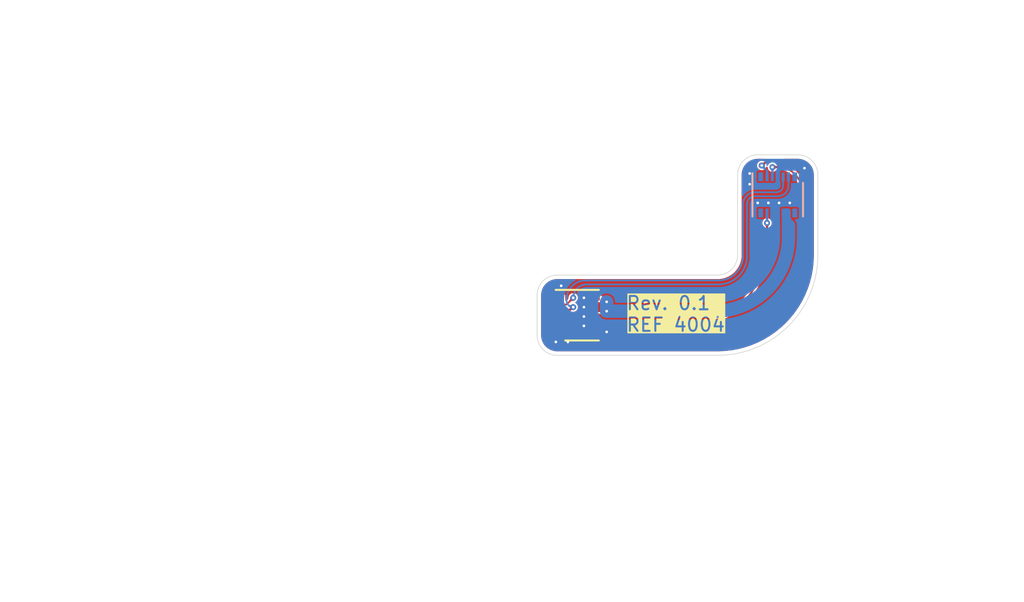
<source format=kicad_pcb>
(kicad_pcb (version 20221018) (generator pcbnew)
  (layers (0 "F.Cu" signal) (31 "B.Cu" signal) (34 "B.Paste" user) (35 "F.Paste" user) (36 "B.SilkS" user "B.Silkscreen") (37 "F.SilkS" user "F.Silkscreen") (38 "B.Mask" user) (39 "F.Mask" user) (44 "Edge.Cuts" user))
  (net 0 "")
  (net 1 "3V3_SBY")
  (net 2 "GND")
  (net 3 "/AUX_I2C_SDA")
  (net 4 "/AUX_I2C_SCL")
  (net 5 "/TS_L+")
  (net 6 "/TS_L-")
  (net 7 "/SYS_PWR_BTN")
  (footprint "PS2:DF40C-10DP-0.4V51_HIR" (layer "F.Cu") (at 98.1 154 90)
    (fp_text reference "J102" hide)
    (fp_text value "TO GAMEPAD")
    (fp_line (start -1.8923 -0.9) (end -1.8923 1.6129) (stroke (width 0.1524)) (layer "F.SilkS"))
    (fp_line (start 1.8923 1.6129) (end 1.8923 -1.6129) (stroke (width 0.1524)) (layer "F.SilkS"))
    (pad "1" smd rect (at -0.800001 -1.355001 90) (size 0.2286 0.6604) (layers "F.Cu" "F.Paste" "F.Mask") (net 3 "/AUX_I2C_SDA"))
    (pad "2" smd rect (at -0.800001 1.355001 90) (size 0.2286 0.6604) (layers "F.Cu" "F.Paste" "F.Mask") (net 7 "/SYS_PWR_BTN"))
    (pad "3" smd rect (at -0.399999 -1.355001 90) (size 0.2286 0.6604) (layers "F.Cu" "F.Paste" "F.Mask") (net 4 "/AUX_I2C_SCL"))
    (pad "4" smd rect (at -0.399999 1.355001 90) (size 0.2286 0.6604) (layers "F.Cu" "F.Paste" "F.Mask") (net 2 "GND"))
    (pad "5" smd rect (at 0 -1.355001 90) (size 0.2286 0.6604) (layers "F.Cu" "F.Paste" "F.Mask") (net 2 "GND"))
    (pad "6" smd rect (at 0 1.355001 90) (size 0.2286 0.6604) (layers "F.Cu" "F.Paste" "F.Mask") (net 2 "GND"))
    (pad "7" smd rect (at 0.399999 -1.355001 90) (size 0.2286 0.6604) (layers "F.Cu" "F.Paste" "F.Mask") (net 5 "/TS_L+"))
    (pad "8" smd rect (at 0.399999 1.355001 90) (size 0.2286 0.6604) (layers "F.Cu" "F.Paste" "F.Mask") (net 1 "3V3_SBY"))
    (pad "9" smd rect (at 0.800001 -1.355001 90) (size 0.2286 0.6604) (layers "F.Cu" "F.Paste" "F.Mask") (net 6 "/TS_L-"))
    (pad "10" smd rect (at 0.800001 1.355001 90) (size 0.2286 0.6604) (layers "F.Cu" "F.Paste" "F.Mask") (net 1 "3V3_SBY"))
    (pad "S1" smd rect (at -1.274999 -1.355001 90) (size 0.3556 0.6604) (layers "F.Cu" "F.Paste" "F.Mask"))
    (pad "S2" smd rect (at -1.274999 1.355001 90) (size 0.3556 0.6604) (layers "F.Cu" "F.Paste" "F.Mask"))
    (pad "S3" smd rect (at 1.274999 -1.355001 90) (size 0.3556 0.6604) (layers "F.Cu" "F.Paste" "F.Mask"))
    (pad "S4" smd rect (at 1.274999 1.355001 90) (size 0.3556 0.6604) (layers "F.Cu" "F.Paste" "F.Mask"))
  )
  (footprint "PS2:DF40C-10DP-0.4V51_HIR" (layer "B.Cu") (at 113.1 145 180)
    (fp_text reference "J101" hide)
    (fp_text value "TO PS2")
    (fp_line (start -1.8923 0.9) (end -1.8923 -1.6129) (stroke (width 0.1524)) (layer "B.SilkS"))
    (fp_line (start 1.8923 -1.6129) (end 1.8923 1.6129) (stroke (width 0.1524)) (layer "B.SilkS"))
    (pad "1" smd rect (at -0.800001 1.355001 180) (size 0.2286 0.6604) (layers "B.Cu" "B.Paste" "B.Mask") (net 6 "/TS_L-"))
    (pad "2" smd rect (at -0.800001 -1.355001 180) (size 0.2286 0.6604) (layers "B.Cu" "B.Paste" "B.Mask") (net 1 "3V3_SBY"))
    (pad "3" smd rect (at -0.399999 1.355001 180) (size 0.2286 0.6604) (layers "B.Cu" "B.Paste" "B.Mask") (net 5 "/TS_L+"))
    (pad "4" smd rect (at -0.399999 -1.355001 180) (size 0.2286 0.6604) (layers "B.Cu" "B.Paste" "B.Mask") (net 1 "3V3_SBY"))
    (pad "5" smd rect (at 0 1.355001 180) (size 0.2286 0.6604) (layers "B.Cu" "B.Paste" "B.Mask") (net 2 "GND"))
    (pad "6" smd rect (at 0 -1.355001 180) (size 0.2286 0.6604) (layers "B.Cu" "B.Paste" "B.Mask") (net 2 "GND"))
    (pad "7" smd rect (at 0.399999 1.355001 180) (size 0.2286 0.6604) (layers "B.Cu" "B.Paste" "B.Mask") (net 4 "/AUX_I2C_SCL"))
    (pad "8" smd rect (at 0.399999 -1.355001 180) (size 0.2286 0.6604) (layers "B.Cu" "B.Paste" "B.Mask") (net 2 "GND"))
    (pad "9" smd rect (at 0.800001 1.355001 180) (size 0.2286 0.6604) (layers "B.Cu" "B.Paste" "B.Mask") (net 3 "/AUX_I2C_SDA"))
    (pad "10" smd rect (at 0.800001 -1.355001 180) (size 0.2286 0.6604) (layers "B.Cu" "B.Paste" "B.Mask") (net 7 "/SYS_PWR_BTN"))
    (pad "S1" smd rect (at -1.274999 1.355001 180) (size 0.3556 0.6604) (layers "B.Cu" "B.Paste" "B.Mask"))
    (pad "S2" smd rect (at -1.274999 -1.355001 180) (size 0.3556 0.6604) (layers "B.Cu" "B.Paste" "B.Mask"))
    (pad "S3" smd rect (at 1.274999 1.355001 180) (size 0.3556 0.6604) (layers "B.Cu" "B.Paste" "B.Mask"))
    (pad "S4" smd rect (at 1.274999 -1.355001 180) (size 0.3556 0.6604) (layers "B.Cu" "B.Paste" "B.Mask"))
  )
  (gr_arc (start 96.597583 157) (mid 95.536923 156.56066) (end 95.097583 155.5) (stroke (width 0.05)) (layer "Edge.Cuts"))
  (gr_line (start 95.097583 152.5) (end 95.097583 155.5) (stroke (width 0.05)) (layer "Edge.Cuts"))
  (gr_arc (start 95.097583 152.5) (mid 95.536923 151.43934) (end 96.597583 151) (stroke (width 0.05)) (layer "Edge.Cuts"))
  (gr_line (start 114.6 142) (end 111.6 142) (stroke (width 0.05)) (layer "Edge.Cuts"))
  (gr_arc (start 110.1 149.5) (mid 109.66066 150.56066) (end 108.6 151) (stroke (width 0.05)) (layer "Edge.Cuts"))
  (gr_arc (start 114.6 142) (mid 115.66066 142.43934) (end 116.1 143.5) (stroke (width 0.05)) (layer "Edge.Cuts"))
  (gr_line (start 96.597583 151) (end 108.6 151) (stroke (width 0.05)) (layer "Edge.Cuts"))
  (gr_arc (start 110.1 143.5) (mid 110.53934 142.43934) (end 111.6 142) (stroke (width 0.05)) (layer "Edge.Cuts"))
  (gr_line (start 116.1 149.5) (end 116.1 143.5) (stroke (width 0.05)) (layer "Edge.Cuts"))
  (gr_line (start 96.597583 157) (end 108.6 157) (stroke (width 0.05)) (layer "Edge.Cuts"))
  (gr_line (start 110.1 149.5) (end 110.1 143.5) (stroke (width 0.05)) (layer "Edge.Cuts"))
  (gr_arc (start 116.1 149.5) (mid 113.903301 154.803301) (end 108.6 157) (stroke (width 0.05)) (layer "Edge.Cuts"))
  (gr_text "Rev. 0.1\nREF 4004" (at 101.7 155.3) (layer "F.SilkS" knockout) (effects (font (size 1 1)) (justify left bottom)))
  (gr_text "" (at 54.916257 173.655614) (layer "Edge.Cuts") (effects (font (size 4.83362 3.04518) (thickness 0.604202)) (justify left top)))
  (gr_text "" (at 93.216257 171.855614) (layer "Edge.Cuts") (effects (font (size 4.83362 3.04518) (thickness 0.604202)) (justify left top)))
  (via (at 100.3 153) (size 0.45) (drill 0.2) (layers "F.Cu" "B.Cu") (net 1))
  (via (at 100.3 153.7) (size 0.45) (drill 0.2) (layers "F.Cu" "B.Cu") (net 1))
  (segment (start 100.3 153) (end 100.3 153.7) (width 1) (layer "B.Cu") (net 1))
  (segment (start 113.9 148.179844) (end 113.9 147.4) (width 1) (layer "B.Cu") (net 1))
  (segment (start 100.3 153.7) (end 108.379844 153.7) (width 1) (layer "B.Cu") (net 1))
  (arc (start 108.379844 153.7) (mid 112.283184 152.083184) (end 113.9 148.179844) (width 1) (layer "B.Cu") (net 1))
  (via (at 111 144.2) (size 0.45) (drill 0.2) (layers "F.Cu" "B.Cu") (net 2))
  (via (at 115.1 143) (size 0.45) (drill 0.2) (layers "F.Cu" "B.Cu") (net 2))
  (via (at 96.9 151.8) (size 0.45) (drill 0.2) (layers "F.Cu" "B.Cu") (net 2))
  (via (at 111 143.4) (size 0.45) (drill 0.2) (layers "F.Cu" "B.Cu") (net 2))
  (via (at 96.5 156) (size 0.45) (drill 0.2) (layers "F.Cu" "B.Cu") (net 2))
  (via (at 98.6 153.4) (size 0.45) (drill 0.2) (layers "F.Cu" "B.Cu") (net 2))
  (via (at 112.4 145.6) (size 0.45) (drill 0.2) (layers "F.Cu" "B.Cu") (net 2))
  (via (at 98.6 152.7) (size 0.45) (drill 0.2) (layers "F.Cu" "B.Cu") (net 2))
  (via (at 98.6 154.8) (size 0.45) (drill 0.2) (layers "F.Cu" "B.Cu") (net 2))
  (via (at 98.6 154.1) (size 0.45) (drill 0.2) (layers "F.Cu" "B.Cu") (net 2))
  (via (at 97.4 156) (size 0.45) (drill 0.2) (layers "F.Cu" "B.Cu") (net 2))
  (via (at 100.3 155.25) (size 0.45) (drill 0.2) (layers "F.Cu" "B.Cu") (net 2))
  (via (at 113.2 145.6) (size 0.45) (drill 0.2) (layers "F.Cu" "B.Cu") (net 2))
  (via (at 111.6 145.6) (size 0.45) (drill 0.2) (layers "F.Cu" "B.Cu") (net 2))
  (via (at 114 145.6) (size 0.45) (drill 0.2) (layers "F.Cu" "B.Cu") (net 2))
  (segment (start 97.200001 154.800001) (end 97.875 155.475) (width 0.125) (layer "F.Cu") (net 3))
  (segment (start 112.885832 142.5) (end 112.52 142.5) (width 0.125) (layer "F.Cu") (net 3))
  (segment (start 111.973726 142.726274) (end 111.9 142.8) (width 0.125) (layer "F.Cu") (net 3))
  (segment (start 99.142462 156) (end 108.448915 156) (width 0.125) (layer "F.Cu") (net 3))
  (segment (start 115.2 149.248915) (end 115.2 144.814168) (width 0.125) (layer "F.Cu") (net 3))
  (segment (start 96.744999 154.800001) (end 97.200001 154.800001) (width 0.125) (layer "F.Cu") (net 3))
  (via (at 111.9 142.8) (size 0.45) (drill 0.2) (layers "F.Cu" "B.Cu") (net 3))
  (arc (start 112.52 142.5) (mid 112.224359 142.558807) (end 111.973726 142.726274) (width 0.125) (layer "F.Cu") (net 3))
  (arc (start 108.448915 156) (mid 113.222653 154.022653) (end 115.2 149.248915) (width 0.125) (layer "F.Cu") (net 3))
  (arc (start 115.2 144.814168) (mid 114.522196 143.177804) (end 112.885832 142.5) (width 0.125) (layer "F.Cu") (net 3))
  (arc (start 97.875 155.475) (mid 98.456516 155.863557) (end 99.142462 156) (width 0.125) (layer "F.Cu") (net 3))
  (segment (start 112.299999 143.199999) (end 112.299999 143.644999) (width 0.125) (layer "B.Cu") (net 3))
  (segment (start 111.9 142.8) (end 112.299999 143.199999) (width 0.125) (layer "B.Cu") (net 3))
  (segment (start 114.9 149.271989) (end 114.9 144.7) (width 0.125) (layer "F.Cu") (net 4))
  (segment (start 113.125 142.925) (end 112.7 142.925) (width 0.125) (layer "F.Cu") (net 4))
  (segment (start 97.199999 154.399999) (end 98.068665 155.268665) (width 0.125) (layer "F.Cu") (net 4))
  (segment (start 96.744999 154.399999) (end 97.199999 154.399999) (width 0.125) (layer "F.Cu") (net 4))
  (segment (start 99.11 155.7) (end 108.471989 155.7) (width 0.125) (layer "F.Cu") (net 4))
  (via (at 112.7 142.925) (size 0.45) (drill 0.2) (layers "F.Cu" "B.Cu") (net 4))
  (arc (start 108.471989 155.7) (mid 113.017282 153.817282) (end 114.9 149.271989) (width 0.125) (layer "F.Cu") (net 4))
  (arc (start 98.068665 155.268665) (mid 98.546433 155.5879) (end 99.11 155.7) (width 0.125) (layer "F.Cu") (net 4))
  (arc (start 114.9 144.7) (mid 114.380115 143.444885) (end 113.125 142.925) (width 0.125) (layer "F.Cu") (net 4))
  (segment (start 112.700001 142.925001) (end 112.7 142.925) (width 0.125) (layer "B.Cu") (net 4))
  (segment (start 112.700001 143.644999) (end 112.700001 142.925001) (width 0.125) (layer "B.Cu") (net 4))
  (segment (start 96.744999 153.600001) (end 97.599999 153.600001) (width 0.125) (layer "F.Cu") (net 5))
  (segment (start 97.599999 153.600001) (end 97.8 153.4) (width 0.125) (layer "F.Cu") (net 5))
  (via (at 97.8 153.4) (size 0.45) (drill 0.2) (layers "F.Cu" "B.Cu") (net 5))
  (segment (start 108.66726 151.4) (end 98.727802 151.4) (width 0.125) (layer "B.Cu") (net 5))
  (segment (start 110.5 145.7) (end 110.5 149.56726) (width 0.125) (layer "B.Cu") (net 5))
  (segment (start 113.499999 143.644999) (end 113.5 144.3) (width 0.125) (layer "B.Cu") (net 5))
  (segment (start 113 144.8) (end 111.4 144.8) (width 0.125) (layer "B.Cu") (net 5))
  (segment (start 97.3 152.827802) (end 97.3 152.9) (width 0.125) (layer "B.Cu") (net 5))
  (arc (start 111.4 144.8) (mid 110.763604 145.063604) (end 110.5 145.7) (width 0.125) (layer "B.Cu") (net 5))
  (arc (start 110.5 149.56726) (mid 109.963203 150.863203) (end 108.66726 151.4) (width 0.125) (layer "B.Cu") (net 5))
  (arc (start 98.727802 151.4) (mid 97.718194 151.818194) (end 97.3 152.827802) (width 0.125) (layer "B.Cu") (net 5))
  (arc (start 97.8 153.4) (mid 97.446447 153.253553) (end 97.3 152.9) (width 0.125) (layer "B.Cu") (net 5))
  (arc (start 113.5 144.3) (mid 113.353553 144.653553) (end 113 144.8) (width 0.125) (layer "B.Cu") (net 5))
  (segment (start 97.300001 153.199999) (end 96.744999 153.199999) (width 0.125) (layer "F.Cu") (net 6))
  (segment (start 97.8 152.7) (end 97.300001 153.199999) (width 0.125) (layer "F.Cu") (net 6))
  (via (at 97.8 152.7) (size 0.45) (drill 0.2) (layers "F.Cu" "B.Cu") (net 6))
  (segment (start 111.4 145.1) (end 113.100001 145.1) (width 0.125) (layer "B.Cu") (net 6))
  (segment (start 110.8 149.560704) (end 110.8 145.7) (width 0.125) (layer "B.Cu") (net 6))
  (segment (start 98.8 151.7) (end 108.660704 151.7) (width 0.125) (layer "B.Cu") (net 6))
  (segment (start 113.900001 144.3) (end 113.900001 143.644999) (width 0.125) (layer "B.Cu") (net 6))
  (arc (start 110.8 145.7) (mid 110.975736 145.275736) (end 111.4 145.1) (width 0.125) (layer "B.Cu") (net 6))
  (arc (start 113.100001 145.1) (mid 113.665686 144.865685) (end 113.900001 144.3) (width 0.125) (layer "B.Cu") (net 6))
  (arc (start 98.8 151.7) (mid 98.092893 151.992893) (end 97.8 152.7) (width 0.125) (layer "B.Cu") (net 6))
  (arc (start 108.660704 151.7) (mid 110.173415 151.073415) (end 110.8 149.560704) (width 0.125) (layer "B.Cu") (net 6))
  (segment (start 112.297493 147.102507) (end 112.297493 148.952194) (width 0.125) (layer "F.Cu") (net 7))
  (segment (start 106.199999 154.800001) (end 99.455001 154.800001) (width 0.125) (layer "F.Cu") (net 7))
  (segment (start 112.3 147.1) (end 112.297493 147.102507) (width 0.125) (layer "F.Cu") (net 7))
  (via (at 112.3 147.1) (size 0.45) (drill 0.2) (layers "F.Cu" "B.Cu") (net 7))
  (arc (start 112.297493 148.952194) (mid 110.423287 153.101575) (end 106.199999 154.800001) (width 0.125) (layer "F.Cu") (net 7))
  (segment (start 112.3 147.1) (end 112.3 146.355002) (width 0.125) (layer "B.Cu") (net 7))
  (segment (start 112.3 146.355002) (end 112.299999 146.355001) (width 0.125) (layer "B.Cu") (net 7))
  (zone (net 1) (net_name "3V3_SBY") (layer "F.Cu") (priority 1) (connect_pads yes (clearance 0.125)) (min_thickness 0.125) (fill yes (thermal_gap 0.5) (thermal_bridge_width 0.5) (smoothing fillet) (radius 0.3))
    (polygon (pts (xy 100 152.7) (xy 100 153) (xy 99.1 153) (xy 99.1 153.8) (xy 100 153.8) (xy 100 154) (xy 100.6 154) (xy 100.6 152.7)))
  )
  (zone (net 2) (net_name "GND") (layers "F&B.Cu") (connect_pads yes (clearance 0.125)) (min_thickness 0.125) (fill yes (thermal_gap 0.5) (thermal_bridge_width 0.5))
    (polygon (pts (xy 94 141) (xy 94 158) (xy 118 158) (xy 118 141)))
  )
  (zone (net 1) (net_name "3V3_SBY") (layer "B.Cu") (priority 2) (connect_pads yes (clearance 0.125)) (min_thickness 0.125) (fill yes (thermal_gap 0.5) (thermal_bridge_width 0.5) (smoothing fillet) (radius 0.3))
    (polygon (pts (xy 113.4 146) (xy 113.4 147.7) (xy 114.4 147.7) (xy 114.4 147.1) (xy 114.1 146.8) (xy 114.1 146)))
  )
)
</source>
